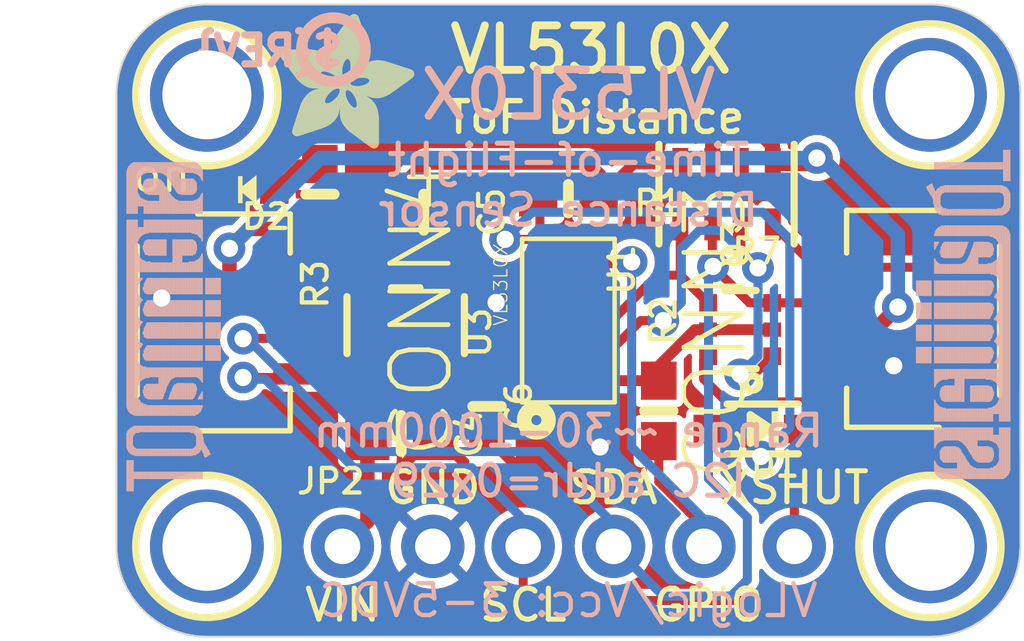
<source format=kicad_pcb>
(kicad_pcb (version 20221018) (generator pcbnew)
  (layers (0 "F.Cu" signal) (31 "B.Cu" signal) (34 "B.Paste" user) (35 "F.Paste" user) (36 "B.SilkS" user "B.Silkscreen") (37 "F.SilkS" user "F.Silkscreen") (38 "B.Mask" user) (39 "F.Mask" user) (44 "Edge.Cuts" user))
  (net 0 "")
  (net 1 "SDA")
  (net 2 "SCL")
  (net 3 "GND")
  (net 4 "GPIO")
  (net 5 "XSHUT")
  (net 6 "XSHUT_2.8V")
  (net 7 "2.8V")
  (net 8 "SCL_3V")
  (net 9 "SDA_3V")
  (net 10 "VCC")
  (net 11 "N$1")
  (footprint "working:0603-NO" (layer "F.Cu") (at 148.5011 101.5746)
    (fp_text reference "R1" (at 1.778 0.127) (layer "F.SilkS") (effects (font (size 0.692831 0.692831) (thickness 0.119969)) (justify left)))
    (fp_text value "10K")
    (pad "1" smd rect (at -0.85 0) (size 1.075 1) (layers "F.Cu" "F.Paste" "F.Mask") (net 6 "XSHUT_2.8V"))
    (pad "2" smd rect (at 0.85 0) (size 1.075 1) (layers "F.Cu" "F.Paste" "F.Mask") (net 7 "2.8V"))
  )
  (footprint "working:MOUNTINGHOLE_2.5_PLATED" (layer "F.Cu") (at 138.3411 111.3536)
    (fp_text reference "U$33" hide)
    (fp_text value "MOUNTINGHOLE2.5" hide)
    (pad "P$1" thru_hole circle (at 0 0) (size 3.2 3.2) (drill 2.5) (layers "*.Cu" "*.Mask"))
    (zone (net 0) (net_name "") (layer "F.Cu") (connect_pads (clearance 0)) (min_thickness 0.25)
      (keepout (tracks not_allowed) (vias not_allowed) (pads not_allowed) (copperpour not_allowed) (footprints allowed))
      (fill (thermal_gap 0.5) (thermal_bridge_width 0.5))
      (polygon (pts (xy 140.3571 111.3536) (xy 140.33748 111.073027) (xy 140.279004 110.797915) (xy 140.182808 110.533619) (xy 140.050765 110.285283) (xy 139.885446 110.05774) (xy 139.690067 109.85542) (xy 139.468433 109.68226) (xy 139.224856 109.541631) (xy 138.964078 109.43627) (xy 138.691175 109.368228) (xy 138.411457 109.338828) (xy 138.130371 109.348644) (xy 137.853385 109.397484) (xy 137.585893 109.484397) (xy 137.3331 109.607693) (xy 137.099926 109.76497) (xy 136.890911 109.953169) (xy 136.710122 110.168625) (xy 136.561078 110.407145) (xy 136.44668 110.664087) (xy 136.369154 110.93445) (xy 136.330011 111.212971) (xy 136.330011 111.494229) (xy 136.369154 111.77275) (xy 136.44668 112.043113) (xy 136.561078 112.300055) (xy 136.710122 112.538575) (xy 136.890911 112.754031) (xy 137.099926 112.94223) (xy 137.3331 113.099507) (xy 137.585893 113.222803) (xy 137.853385 113.309716) (xy 138.130371 113.358556) (xy 138.411457 113.368372) (xy 138.691175 113.338972) (xy 138.964078 113.27093) (xy 139.224856 113.165569) (xy 139.468433 113.02494) (xy 139.690067 112.85178) (xy 139.885446 112.64946) (xy 140.050765 112.421917) (xy 140.182808 112.173581) (xy 140.279004 111.909285) (xy 140.33748 111.634173)))
      (polygon (pts (xy 138.3251 111.3536) (xy 138.329786 111.364914) (xy 138.3411 111.3696) (xy 138.352414 111.364914) (xy 138.3571 111.3536) (xy 138.352414 111.342286) (xy 138.3411 111.3376) (xy 138.329786 111.342286)))
    )
    (zone (net 0) (net_name "") (layer "B.Cu") (connect_pads (clearance 0)) (min_thickness 0.25)
      (keepout (tracks not_allowed) (vias not_allowed) (pads not_allowed) (copperpour not_allowed) (footprints allowed))
      (fill (thermal_gap 0.5) (thermal_bridge_width 0.5))
      (polygon (pts (xy 140.3571 111.3536) (xy 140.33748 111.073027) (xy 140.279004 110.797915) (xy 140.182808 110.533619) (xy 140.050765 110.285283) (xy 139.885446 110.05774) (xy 139.690067 109.85542) (xy 139.468433 109.68226) (xy 139.224856 109.541631) (xy 138.964078 109.43627) (xy 138.691175 109.368228) (xy 138.411457 109.338828) (xy 138.130371 109.348644) (xy 137.853385 109.397484) (xy 137.585893 109.484397) (xy 137.3331 109.607693) (xy 137.099926 109.76497) (xy 136.890911 109.953169) (xy 136.710122 110.168625) (xy 136.561078 110.407145) (xy 136.44668 110.664087) (xy 136.369154 110.93445) (xy 136.330011 111.212971) (xy 136.330011 111.494229) (xy 136.369154 111.77275) (xy 136.44668 112.043113) (xy 136.561078 112.300055) (xy 136.710122 112.538575) (xy 136.890911 112.754031) (xy 137.099926 112.94223) (xy 137.3331 113.099507) (xy 137.585893 113.222803) (xy 137.853385 113.309716) (xy 138.130371 113.358556) (xy 138.411457 113.368372) (xy 138.691175 113.338972) (xy 138.964078 113.27093) (xy 139.224856 113.165569) (xy 139.468433 113.02494) (xy 139.690067 112.85178) (xy 139.885446 112.64946) (xy 140.050765 112.421917) (xy 140.182808 112.173581) (xy 140.279004 111.909285) (xy 140.33748 111.634173)))
      (polygon (pts (xy 138.3251 111.3536) (xy 138.329786 111.364914) (xy 138.3411 111.3696) (xy 138.352414 111.364914) (xy 138.3571 111.3536) (xy 138.352414 111.342286) (xy 138.3411 111.3376) (xy 138.329786 111.342286)))
    )
  )
  (footprint "working:1X06_ROUND_70" (layer "F.Cu") (at 148.5011 111.3536)
    (fp_text reference "JP2" (at -7.6962 -1.8288) (layer "F.SilkS") (effects (font (size 0.692831 0.692831) (thickness 0.119969)) (justify left)))
    (fp_text value "")
    (pad "1" thru_hole circle (at -6.35 0 90) (size 1.778 1.778) (drill 1) (layers "*.Cu" "*.Mask") (net 10 "VCC"))
    (pad "2" thru_hole circle (at -3.81 0 90) (size 1.778 1.778) (drill 1) (layers "*.Cu" "*.Mask") (net 3 "GND"))
    (pad "3" thru_hole circle (at -1.27 0 90) (size 1.778 1.778) (drill 1) (layers "*.Cu" "*.Mask") (net 2 "SCL"))
    (pad "4" thru_hole circle (at 1.27 0 90) (size 1.778 1.778) (drill 1) (layers "*.Cu" "*.Mask") (net 1 "SDA"))
    (pad "5" thru_hole circle (at 3.81 0 90) (size 1.778 1.778) (drill 1) (layers "*.Cu" "*.Mask") (net 4 "GPIO"))
    (pad "6" thru_hole circle (at 6.35 0 90) (size 1.778 1.778) (drill 1) (layers "*.Cu" "*.Mask") (net 5 "XSHUT"))
  )
  (footprint "working:LGA12_ST" (layer "F.Cu") (at 148.5011 105.0036 -90)
    (fp_text reference "U1" (at -2.2 -1.5 90) (layer "F.SilkS") (effects (font (size 0.692831 0.692831) (thickness 0.119969)) (justify right)))
    (fp_text value "VL53L0X" (at -2.2 1.9 90) (layer "F.SilkS") (effects (font (size 0.369824 0.369824) (thickness 0.036576)) (justify right)))
    (pad "1" smd rect (at 1.6 0.8 270) (size 0.5 0.5) (layers "F.Cu" "F.Paste" "F.Mask") (net 7 "2.8V"))
    (pad "2" smd rect (at 0.8 0.8 270) (size 0.5 0.5) (layers "F.Cu" "F.Paste" "F.Mask") (net 3 "GND"))
    (pad "3" smd rect (at 0 0.8 270) (size 0.5 0.5) (layers "F.Cu" "F.Paste" "F.Mask") (net 3 "GND"))
    (pad "4" smd rect (at -0.8 0.8 270) (size 0.5 0.5) (layers "F.Cu" "F.Paste" "F.Mask") (net 3 "GND"))
    (pad "5" smd rect (at -1.6 0.8 270) (size 0.5 0.5) (layers "F.Cu" "F.Paste" "F.Mask") (net 6 "XSHUT_2.8V"))
    (pad "6" smd rect (at -1.6 0 270) (size 0.5 0.5) (layers "F.Cu" "F.Paste" "F.Mask") (net 3 "GND"))
    (pad "7" smd rect (at -1.6 -0.8 270) (size 0.5 0.5) (layers "F.Cu" "F.Paste" "F.Mask") (net 4 "GPIO"))
    (pad "8" smd rect (at -0.8 -0.8 270) (size 0.5 0.5) (layers "F.Cu" "F.Paste" "F.Mask"))
    (pad "9" smd rect (at 0 -0.8 270) (size 0.5 0.5) (layers "F.Cu" "F.Paste" "F.Mask") (net 9 "SDA_3V"))
    (pad "10" smd rect (at 0.8 -0.8 270) (size 0.5 0.5) (layers "F.Cu" "F.Paste" "F.Mask") (net 8 "SCL_3V"))
    (pad "11" smd rect (at 1.6 -0.8 270) (size 0.5 0.5) (layers "F.Cu" "F.Paste" "F.Mask") (net 7 "2.8V"))
    (pad "12" smd rect (at 1.6 0 270) (size 0.5 0.5) (layers "F.Cu" "F.Paste" "F.Mask") (net 3 "GND"))
  )
  (footprint "working:FIDUCIAL_1MM" (layer "F.Cu") (at 155.3591 97.3836)
    (fp_text reference "FID4" hide)
    (fp_text value "FIDUCIAL_1MM" hide)
    (pad "1" smd roundrect (at 0 0) (size 1 1) (layers "F.Cu" "F.Mask") (roundrect_rratio 0.5))
  )
  (footprint "working:0805-NO" (layer "F.Cu") (at 143.8021 108.1786)
    (fp_text reference "C4" (at 1.905 -0.762 90) (layer "F.SilkS") (effects (font (size 0.692831 0.692831) (thickness 0.119969)) (justify right)))
    (fp_text value "10uF")
    (pad "1" smd rect (at -0.95 0) (size 1.24 1.5) (layers "F.Cu" "F.Paste" "F.Mask") (net 10 "VCC"))
    (pad "2" smd rect (at 0.95 0) (size 1.24 1.5) (layers "F.Cu" "F.Paste" "F.Mask") (net 3 "GND"))
  )
  (footprint "working:SOT23-5" (layer "F.Cu") (at 143.9291 105.1306)
    (fp_text reference "U3" (at 2.032 -0.562 90) (layer "F.SilkS") (effects (font (size 0.692831 0.692831) (thickness 0.119969)) (justify right)))
    (fp_text value "LP5907-2.8")
    (pad "1" smd rect (at -0.95 1.3001) (size 0.55 1.2) (layers "F.Cu" "F.Paste" "F.Mask") (net 10 "VCC"))
    (pad "2" smd rect (at 0 1.3001) (size 0.55 1.2) (layers "F.Cu" "F.Paste" "F.Mask") (net 3 "GND"))
    (pad "3" smd rect (at 0.95 1.3001) (size 0.55 1.2) (layers "F.Cu" "F.Paste" "F.Mask") (net 10 "VCC"))
    (pad "4" smd rect (at 0.95 -1.3001) (size 0.55 1.2) (layers "F.Cu" "F.Paste" "F.Mask"))
    (pad "5" smd rect (at -0.95 -1.3001) (size 0.55 1.2) (layers "F.Cu" "F.Paste" "F.Mask") (net 7 "2.8V"))
  )
  (footprint "working:0805-NO" (layer "F.Cu") (at 144.4371 101.9556)
    (fp_text reference "C5" (at 1.905 -0.762 90) (layer "F.SilkS") (effects (font (size 0.692831 0.692831) (thickness 0.119969)) (justify right)))
    (fp_text value "10uF")
    (pad "1" smd rect (at -0.95 0) (size 1.24 1.5) (layers "F.Cu" "F.Paste" "F.Mask") (net 7 "2.8V"))
    (pad "2" smd rect (at 0.95 0) (size 1.24 1.5) (layers "F.Cu" "F.Paste" "F.Mask") (net 3 "GND"))
  )
  (footprint "working:0603-NO" (layer "F.Cu") (at 141.5161 101.4476 -90)
    (fp_text reference "R3" (at 1.778 0.127 90) (layer "F.SilkS") (effects (font (size 0.692831 0.692831) (thickness 0.119969)) (justify right)))
    (fp_text value "10K")
    (pad "1" smd rect (at -0.85 0 270) (size 1.075 1) (layers "F.Cu" "F.Paste" "F.Mask") (net 11 "N$1"))
    (pad "2" smd rect (at 0.85 0 270) (size 1.075 1) (layers "F.Cu" "F.Paste" "F.Mask") (net 10 "VCC"))
  )
  (footprint "working:JST_SH4" (layer "F.Cu") (at 158.5341 105.0036 90)
    (fp_text reference "CONN3" (at -4.6 -5.9 90) (layer "F.SilkS") (effects (font (size 1.647139 1.647139) (thickness 0.130861)) (justify left)))
    (fp_text value "STEMMA_I2C_QT" hide)
    (pad "1" smd rect (at -1.5 -2.514 180) (size 1.55 0.6) (layers "F.Cu" "F.Paste" "F.Mask") (net 3 "GND"))
    (pad "2" smd rect (at -0.5 -2.514 180) (size 1.55 0.6) (layers "F.Cu" "F.Paste" "F.Mask") (net 10 "VCC"))
    (pad "3" smd rect (at 0.5 -2.514 180) (size 1.55 0.6) (layers "F.Cu" "F.Paste" "F.Mask") (net 1 "SDA"))
    (pad "4" smd rect (at 1.5 -2.514 180) (size 1.55 0.6) (layers "F.Cu" "F.Paste" "F.Mask") (net 2 "SCL"))
    (pad "MT1" smd rect (at -2.8 1.386 180) (size 1.8 1.2) (layers "F.Cu" "F.Paste" "F.Mask") (net 3 "GND"))
    (pad "MT2" smd rect (at 2.8 1.386 180) (size 1.8 1.2) (layers "F.Cu" "F.Paste" "F.Mask") (net 3 "GND"))
  )
  (footprint "working:SOT363" (layer "F.Cu") (at 153.3271 105.2576 90)
    (fp_text reference "Q3" (at 1.651 -0.127 90) (layer "F.SilkS") (effects (font (size 0.692831 0.692831) (thickness 0.119969)) (justify left)))
    (fp_text value "BSS138")
    (pad "1" smd rect (at -0.75 0.9 90) (size 0.5 0.5) (layers "F.Cu" "F.Paste" "F.Mask") (net 8 "SCL_3V"))
    (pad "2" smd rect (at 0 0.9 90) (size 0.4 0.5) (layers "F.Cu" "F.Paste" "F.Mask") (net 7 "2.8V"))
    (pad "3" smd rect (at 0.75 0.9 90) (size 0.5 0.5) (layers "F.Cu" "F.Paste" "F.Mask") (net 1 "SDA"))
    (pad "4" smd rect (at 0.75 -0.9 90) (size 0.5 0.5) (layers "F.Cu" "F.Paste" "F.Mask") (net 9 "SDA_3V"))
    (pad "5" smd rect (at 0 -0.9 90) (size 0.4 0.5) (layers "F.Cu" "F.Paste" "F.Mask") (net 7 "2.8V"))
    (pad "6" smd rect (at -0.75 -0.9 90) (size 0.5 0.5) (layers "F.Cu" "F.Paste" "F.Mask") (net 2 "SCL"))
  )
  (footprint "working:0603-NO" (layer "F.Cu") (at 151.0411 107.5436 90)
    (fp_text reference "R2" (at 1.778 0.127 90) (layer "F.SilkS") (effects (font (size 0.692831 0.692831) (thickness 0.119969)) (justify left)))
    (fp_text value "10K")
    (pad "1" smd rect (at -0.85 0 90) (size 1.075 1) (layers "F.Cu" "F.Paste" "F.Mask") (net 4 "GPIO"))
    (pad "2" smd rect (at 0.85 0 90) (size 1.075 1) (layers "F.Cu" "F.Paste" "F.Mask") (net 7 "2.8V"))
  )
  (footprint "working:0603-NO" (layer "F.Cu") (at 146.2151 107.4166 -90)
    (fp_text reference "C6" (at -0.762 -0.889 90) (layer "F.SilkS") (effects (font (size 0.692831 0.692831) (thickness 0.119969)) (justify right)))
    (fp_text value "0.1uF")
    (pad "1" smd rect (at -0.85 0 270) (size 1.075 1) (layers "F.Cu" "F.Paste" "F.Mask") (net 7 "2.8V"))
    (pad "2" smd rect (at 0.85 0 270) (size 1.075 1) (layers "F.Cu" "F.Paste" "F.Mask") (net 3 "GND"))
  )
  (footprint "working:FIDUCIAL_1MM" (layer "F.Cu") (at 141.0081 109.1946)
    (fp_text reference "FID1" hide)
    (fp_text value "FIDUCIAL_1MM" hide)
    (pad "1" smd roundrect (at 0 0) (size 1 1) (layers "F.Cu" "F.Mask") (roundrect_rratio 0.5))
  )
  (footprint "working:RESPACK_4X0603" (layer "F.Cu") (at 152.9461 101.4476 180)
    (fp_text reference "R7" (at -1.6 -1.6) (layer "F.SilkS") (effects (font (size 0.692831 0.692831) (thickness 0.119969)) (justify right)))
    (fp_text value "10K")
    (pad "1" smd rect (at -1.3 0.85 180) (size 0.45 0.9) (layers "F.Cu" "F.Paste" "F.Mask") (net 10 "VCC"))
    (pad "2" smd rect (at -0.4 0.85 180) (size 0.45 0.9) (layers "F.Cu" "F.Paste" "F.Mask") (net 7 "2.8V"))
    (pad "3" smd rect (at 0.4 0.85 180) (size 0.45 0.9) (layers "F.Cu" "F.Paste" "F.Mask") (net 10 "VCC"))
    (pad "4" smd rect (at 1.3 0.85 180) (size 0.45 0.9) (layers "F.Cu" "F.Paste" "F.Mask") (net 7 "2.8V"))
    (pad "5" smd rect (at 1.3 -0.85 180) (size 0.45 0.9) (layers "F.Cu" "F.Paste" "F.Mask") (net 9 "SDA_3V"))
    (pad "6" smd rect (at 0.4 -0.85 180) (size 0.45 0.9) (layers "F.Cu" "F.Paste" "F.Mask") (net 1 "SDA"))
    (pad "7" smd rect (at -0.4 -0.85 180) (size 0.45 0.9) (layers "F.Cu" "F.Paste" "F.Mask") (net 8 "SCL_3V"))
    (pad "8" smd rect (at -1.3 -0.85 180) (size 0.45 0.9) (layers "F.Cu" "F.Paste" "F.Mask") (net 2 "SCL"))
  )
  (footprint "working:MOUNTINGHOLE_2.5_PLATED" (layer "F.Cu") (at 158.6611 111.3536)
    (fp_text reference "U$34" hide)
    (fp_text value "MOUNTINGHOLE2.5" hide)
    (pad "P$1" thru_hole circle (at 0 0) (size 3.2 3.2) (drill 2.5) (layers "*.Cu" "*.Mask"))
    (zone (net 0) (net_name "") (layer "F.Cu") (connect_pads (clearance 0)) (min_thickness 0.25)
      (keepout (tracks not_allowed) (vias not_allowed) (pads not_allowed) (copperpour not_allowed) (footprints allowed))
      (fill (thermal_gap 0.5) (thermal_bridge_width 0.5))
      (polygon (pts (xy 160.6771 111.3536) (xy 160.65748 111.073027) (xy 160.599004 110.797915) (xy 160.502808 110.533619) (xy 160.370765 110.285283) (xy 160.205446 110.05774) (xy 160.010067 109.85542) (xy 159.788433 109.68226) (xy 159.544856 109.541631) (xy 159.284078 109.43627) (xy 159.011175 109.368228) (xy 158.731457 109.338828) (xy 158.450371 109.348644) (xy 158.173385 109.397484) (xy 157.905893 109.484397) (xy 157.6531 109.607693) (xy 157.419926 109.76497) (xy 157.210911 109.953169) (xy 157.030122 110.168625) (xy 156.881078 110.407145) (xy 156.76668 110.664087) (xy 156.689154 110.93445) (xy 156.650011 111.212971) (xy 156.650011 111.494229) (xy 156.689154 111.77275) (xy 156.76668 112.043113) (xy 156.881078 112.300055) (xy 157.030122 112.538575) (xy 157.210911 112.754031) (xy 157.419926 112.94223) (xy 157.6531 113.099507) (xy 157.905893 113.222803) (xy 158.173385 113.309716) (xy 158.450371 113.358556) (xy 158.731457 113.368372) (xy 159.011175 113.338972) (xy 159.284078 113.27093) (xy 159.544856 113.165569) (xy 159.788433 113.02494) (xy 160.010067 112.85178) (xy 160.205446 112.64946) (xy 160.370765 112.421917) (xy 160.502808 112.173581) (xy 160.599004 111.909285) (xy 160.65748 111.634173)))
      (polygon (pts (xy 158.6451 111.3536) (xy 158.649786 111.364914) (xy 158.6611 111.3696) (xy 158.672414 111.364914) (xy 158.6771 111.3536) (xy 158.672414 111.342286) (xy 158.6611 111.3376) (xy 158.649786 111.342286)))
    )
    (zone (net 0) (net_name "") (layer "B.Cu") (connect_pads (clearance 0)) (min_thickness 0.25)
      (keepout (tracks not_allowed) (vias not_allowed) (pads not_allowed) (copperpour not_allowed) (footprints allowed))
      (fill (thermal_gap 0.5) (thermal_bridge_width 0.5))
      (polygon (pts (xy 160.6771 111.3536) (xy 160.65748 111.073027) (xy 160.599004 110.797915) (xy 160.502808 110.533619) (xy 160.370765 110.285283) (xy 160.205446 110.05774) (xy 160.010067 109.85542) (xy 159.788433 109.68226) (xy 159.544856 109.541631) (xy 159.284078 109.43627) (xy 159.011175 109.368228) (xy 158.731457 109.338828) (xy 158.450371 109.348644) (xy 158.173385 109.397484) (xy 157.905893 109.484397) (xy 157.6531 109.607693) (xy 157.419926 109.76497) (xy 157.210911 109.953169) (xy 157.030122 110.168625) (xy 156.881078 110.407145) (xy 156.76668 110.664087) (xy 156.689154 110.93445) (xy 156.650011 111.212971) (xy 156.650011 111.494229) (xy 156.689154 111.77275) (xy 156.76668 112.043113) (xy 156.881078 112.300055) (xy 157.030122 112.538575) (xy 157.210911 112.754031) (xy 157.419926 112.94223) (xy 157.6531 113.099507) (xy 157.905893 113.222803) (xy 158.173385 113.309716) (xy 158.450371 113.358556) (xy 158.731457 113.368372) (xy 159.011175 113.338972) (xy 159.284078 113.27093) (xy 159.544856 113.165569) (xy 159.788433 113.02494) (xy 160.010067 112.85178) (xy 160.205446 112.64946) (xy 160.370765 112.421917) (xy 160.502808 112.173581) (xy 160.599004 111.909285) (xy 160.65748 111.634173)))
      (polygon (pts (xy 158.6451 111.3536) (xy 158.649786 111.364914) (xy 158.6611 111.3696) (xy 158.672414 111.364914) (xy 158.6771 111.3536) (xy 158.672414 111.342286) (xy 158.6611 111.3376) (xy 158.649786 111.342286)))
    )
  )
  (footprint "working:CHIPLED_0603_NOOUTLINE" (layer "F.Cu") (at 139.4841 101.3206 90)
    (fp_text reference "D2" (at -0.762 1.27) (layer "F.SilkS") (effects (font (size 0.692831 0.692831) (thickness 0.119969)) (justify right)))
    (fp_text value "GREEN")
    (pad "A" smd rect (at 0 0.75 90) (size 0.8 0.8) (layers "F.Cu" "F.Paste" "F.Mask") (net 11 "N$1"))
    (pad "C" smd rect (at 0 -0.75 90) (size 0.8 0.8) (layers "F.Cu" "F.Paste" "F.Mask") (net 3 "GND"))
  )
  (footprint "working:JST_SH4" (layer "F.Cu") (at 138.4681 105.0036 -90)
    (fp_text reference "CONN4" (at -4.6 -5.9 90) (layer "F.SilkS") (effects (font (size 1.647139 1.647139) (thickness 0.130861)) (justify right)))
    (fp_text value "STEMMA_I2C_QT" hide)
    (pad "1" smd rect (at -1.5 -2.514) (size 1.55 0.6) (layers "F.Cu" "F.Paste" "F.Mask") (net 3 "GND"))
    (pad "2" smd rect (at -0.5 -2.514) (size 1.55 0.6) (layers "F.Cu" "F.Paste" "F.Mask") (net 10 "VCC"))
    (pad "3" smd rect (at 0.5 -2.514) (size 1.55 0.6) (layers "F.Cu" "F.Paste" "F.Mask") (net 1 "SDA"))
    (pad "4" smd rect (at 1.5 -2.514) (size 1.55 0.6) (layers "F.Cu" "F.Paste" "F.Mask") (net 2 "SCL"))
    (pad "MT1" smd rect (at -2.8 1.386) (size 1.8 1.2) (layers "F.Cu" "F.Paste" "F.Mask") (net 3 "GND"))
    (pad "MT2" smd rect (at 2.8 1.386) (size 1.8 1.2) (layers "F.Cu" "F.Paste" "F.Mask") (net 3 "GND"))
  )
  (footprint "working:ADAFRUIT_3.5MM" (layer "F.Cu") (at 140.3731 100.1776)
    (fp_text reference "U$36" hide)
    (fp_text value "" hide)
  )
  (footprint "working:MOUNTINGHOLE_2.5_PLATED" (layer "F.Cu") (at 158.6611 98.6536)
    (fp_text reference "U$31" hide)
    (fp_text value "MOUNTINGHOLE2.5" hide)
    (pad "P$1" thru_hole circle (at 0 0) (size 3.2 3.2) (drill 2.5) (layers "*.Cu" "*.Mask"))
    (zone (net 0) (net_name "") (layer "F.Cu") (connect_pads (clearance 0)) (min_thickness 0.25)
      (keepout (tracks not_allowed) (vias not_allowed) (pads not_allowed) (copperpour not_allowed) (footprints allowed))
      (fill (thermal_gap 0.5) (thermal_bridge_width 0.5))
      (polygon (pts (xy 160.6771 98.6536) (xy 160.65748 98.373027) (xy 160.599004 98.097915) (xy 160.502808 97.833619) (xy 160.370765 97.585283) (xy 160.205446 97.35774) (xy 160.010067 97.15542) (xy 159.788433 96.98226) (xy 159.544856 96.841631) (xy 159.284078 96.73627) (xy 159.011175 96.668228) (xy 158.731457 96.638828) (xy 158.450371 96.648644) (xy 158.173385 96.697484) (xy 157.905893 96.784397) (xy 157.6531 96.907693) (xy 157.419926 97.06497) (xy 157.210911 97.253169) (xy 157.030122 97.468625) (xy 156.881078 97.707145) (xy 156.76668 97.964087) (xy 156.689154 98.23445) (xy 156.650011 98.512971) (xy 156.650011 98.794229) (xy 156.689154 99.07275) (xy 156.76668 99.343113) (xy 156.881078 99.600055) (xy 157.030122 99.838575) (xy 157.210911 100.054031) (xy 157.419926 100.24223) (xy 157.6531 100.399507) (xy 157.905893 100.522803) (xy 158.173385 100.609716) (xy 158.450371 100.658556) (xy 158.731457 100.668372) (xy 159.011175 100.638972) (xy 159.284078 100.57093) (xy 159.544856 100.465569) (xy 159.788433 100.32494) (xy 160.010067 100.15178) (xy 160.205446 99.94946) (xy 160.370765 99.721917) (xy 160.502808 99.473581) (xy 160.599004 99.209285) (xy 160.65748 98.934173)))
      (polygon (pts (xy 158.6451 98.6536) (xy 158.649786 98.664914) (xy 158.6611 98.6696) (xy 158.672414 98.664914) (xy 158.6771 98.6536) (xy 158.672414 98.642286) (xy 158.6611 98.6376) (xy 158.649786 98.642286)))
    )
    (zone (net 0) (net_name "") (layer "B.Cu") (connect_pads (clearance 0)) (min_thickness 0.25)
      (keepout (tracks not_allowed) (vias not_allowed) (pads not_allowed) (copperpour not_allowed) (footprints allowed))
      (fill (thermal_gap 0.5) (thermal_bridge_width 0.5))
      (polygon (pts (xy 160.6771 98.6536) (xy 160.65748 98.373027) (xy 160.599004 98.097915) (xy 160.502808 97.833619) (xy 160.370765 97.585283) (xy 160.205446 97.35774) (xy 160.010067 97.15542) (xy 159.788433 96.98226) (xy 159.544856 96.841631) (xy 159.284078 96.73627) (xy 159.011175 96.668228) (xy 158.731457 96.638828) (xy 158.450371 96.648644) (xy 158.173385 96.697484) (xy 157.905893 96.784397) (xy 157.6531 96.907693) (xy 157.419926 97.06497) (xy 157.210911 97.253169) (xy 157.030122 97.468625) (xy 156.881078 97.707145) (xy 156.76668 97.964087) (xy 156.689154 98.23445) (xy 156.650011 98.512971) (xy 156.650011 98.794229) (xy 156.689154 99.07275) (xy 156.76668 99.343113) (xy 156.881078 99.600055) (xy 157.030122 99.838575) (xy 157.210911 100.054031) (xy 157.419926 100.24223) (xy 157.6531 100.399507) (xy 157.905893 100.522803) (xy 158.173385 100.609716) (xy 158.450371 100.658556) (xy 158.731457 100.668372) (xy 159.011175 100.638972) (xy 159.284078 100.57093) (xy 159.544856 100.465569) (xy 159.788433 100.32494) (xy 160.010067 100.15178) (xy 160.205446 99.94946) (xy 160.370765 99.721917) (xy 160.502808 99.473581) (xy 160.599004 99.209285) (xy 160.65748 98.934173)))
      (polygon (pts (xy 158.6451 98.6536) (xy 158.649786 98.664914) (xy 158.6611 98.6696) (xy 158.672414 98.664914) (xy 158.6771 98.6536) (xy 158.672414 98.642286) (xy 158.6611 98.6376) (xy 158.649786 98.642286)))
    )
  )
  (footprint "working:SOD-323" (layer "F.Cu") (at 153.9621 108.0516 180)
    (fp_text reference "D1" (at -1.1 -1) (layer "F.SilkS") (effects (font (size 0.692831 0.692831) (thickness 0.119969)) (justify right)))
    (fp_text value "1N4148")
    (pad "A" smd rect (at 1.27 0 180) (size 1.35 0.8) (layers "F.Cu" "F.Paste" "F.Mask") (net 6 "XSHUT_2.8V"))
    (pad "C" smd rect (at -1.27 0 180) (size 1.35 0.8) (layers "F.Cu" "F.Paste" "F.Mask") (net 5 "XSHUT"))
  )
  (footprint "working:MOUNTINGHOLE_2.5_PLATED" (layer "F.Cu") (at 138.3411 98.6536)
    (fp_text reference "U$30" hide)
    (fp_text value "MOUNTINGHOLE2.5" hide)
    (pad "P$1" thru_hole circle (at 0 0) (size 3.2 3.2) (drill 2.5) (layers "*.Cu" "*.Mask"))
    (zone (net 0) (net_name "") (layer "F.Cu") (connect_pads (clearance 0)) (min_thickness 0.25)
      (keepout (tracks not_allowed) (vias not_allowed) (pads not_allowed) (copperpour not_allowed) (footprints allowed))
      (fill (thermal_gap 0.5) (thermal_bridge_width 0.5))
      (polygon (pts (xy 140.3571 98.6536) (xy 140.33748 98.373027) (xy 140.279004 98.097915) (xy 140.182808 97.833619) (xy 140.050765 97.585283) (xy 139.885446 97.35774) (xy 139.690067 97.15542) (xy 139.468433 96.98226) (xy 139.224856 96.841631) (xy 138.964078 96.73627) (xy 138.691175 96.668228) (xy 138.411457 96.638828) (xy 138.130371 96.648644) (xy 137.853385 96.697484) (xy 137.585893 96.784397) (xy 137.3331 96.907693) (xy 137.099926 97.06497) (xy 136.890911 97.253169) (xy 136.710122 97.468625) (xy 136.561078 97.707145) (xy 136.44668 97.964087) (xy 136.369154 98.23445) (xy 136.330011 98.512971) (xy 136.330011 98.794229) (xy 136.369154 99.07275) (xy 136.44668 99.343113) (xy 136.561078 99.600055) (xy 136.710122 99.838575) (xy 136.890911 100.054031) (xy 137.099926 100.24223) (xy 137.3331 100.399507) (xy 137.585893 100.522803) (xy 137.853385 100.609716) (xy 138.130371 100.658556) (xy 138.411457 100.668372) (xy 138.691175 100.638972) (xy 138.964078 100.57093) (xy 139.224856 100.465569) (xy 139.468433 100.32494) (xy 139.690067 100.15178) (xy 139.885446 99.94946) (xy 140.050765 99.721917) (xy 140.182808 99.473581) (xy 140.279004 99.209285) (xy 140.33748 98.934173)))
      (polygon (pts (xy 138.3251 98.6536) (xy 138.329786 98.664914) (xy 138.3411 98.6696) (xy 138.352414 98.664914) (xy 138.3571 98.6536) (xy 138.352414 98.642286) (xy 138.3411 98.6376) (xy 138.329786 98.642286)))
    )
    (zone (net 0) (net_name "") (layer "B.Cu") (connect_pads (clearance 0)) (min_thickness 0.25)
      (keepout (tracks not_allowed) (vias not_allowed) (pads not_allowed) (copperpour not_allowed) (footprints allowed))
      (fill (thermal_gap 0.5) (thermal_bridge_width 0.5))
      (polygon (pts (xy 140.3571 98.6536) (xy 140.33748 98.373027) (xy 140.279004 98.097915) (xy 140.182808 97.833619) (xy 140.050765 97.585283) (xy 139.885446 97.35774) (xy 139.690067 97.15542) (xy 139.468433 96.98226) (xy 139.224856 96.841631) (xy 138.964078 96.73627) (xy 138.691175 96.668228) (xy 138.411457 96.638828) (xy 138.130371 96.648644) (xy 137.853385 96.697484) (xy 137.585893 96.784397) (xy 137.3331 96.907693) (xy 137.099926 97.06497) (xy 136.890911 97.253169) (xy 136.710122 97.468625) (xy 136.561078 97.707145) (xy 136.44668 97.964087) (xy 136.369154 98.23445) (xy 136.330011 98.512971) (xy 136.330011 98.794229) (xy 136.369154 99.07275) (xy 136.44668 99.343113) (xy 136.561078 99.600055) (xy 136.710122 99.838575) (xy 136.890911 100.054031) (xy 137.099926 100.24223) (xy 137.3331 100.399507) (xy 137.585893 100.522803) (xy 137.853385 100.609716) (xy 138.130371 100.658556) (xy 138.411457 100.668372) (xy 138.691175 100.638972) (xy 138.964078 100.57093) (xy 139.224856 100.465569) (xy 139.468433 100.32494) (xy 139.690067 100.15178) (xy 139.885446 99.94946) (xy 140.050765 99.721917) (xy 140.182808 99.473581) (xy 140.279004 99.209285) (xy 140.33748 98.934173)))
      (polygon (pts (xy 138.3251 98.6536) (xy 138.329786 98.664914) (xy 138.3411 98.6696) (xy 138.352414 98.664914) (xy 138.3571 98.6536) (xy 138.352414 98.642286) (xy 138.3411 98.6376) (xy 138.329786 98.642286)))
    )
  )
  (footprint "working:PCBFEAT-REV-040" (layer "B.Cu") (at 141.8971 97.3836 180)
    (fp_text reference "U$37" hide)
    (fp_text value "" hide)
    (fp_text user "${REV}" (at -0.3556 -0.508) (layer "B.SilkS") (effects (font (size 0.8128 0.8128) (thickness 0.2032)) (justify left bottom mirror)))
  )
  (footprint "working:STEMMAQT" (layer "B.Cu") (at 138.7221 100.5586 -90)
    (fp_text reference "U$39" hide)
    (fp_text value "" hide)
  )
  (footprint "working:STEMMAQT" (layer "B.Cu") (at 158.2801 109.4486 90)
    (fp_text reference "U$38" hide)
    (fp_text value "" hide)
  )
  (gr_line (start 138.3411 113.8936) (end 158.6611 113.8936) (stroke (width 0.05)) (layer "Edge.Cuts"))
  (gr_line (start 161.2011 111.3536) (end 161.2011 98.6536) (stroke (width 0.05)) (layer "Edge.Cuts"))
  (gr_line (start 135.8011 98.6536) (end 135.8011 111.3536) (stroke (width 0.05)) (layer "Edge.Cuts"))
  (gr_arc (start 161.2011 111.3536) (mid 160.457151 113.149651) (end 158.6611 113.8936) (stroke (width 0.05)) (layer "Edge.Cuts"))
  (gr_arc (start 138.3411 113.8936) (mid 136.545049 113.149651) (end 135.8011 111.3536) (stroke (width 0.05)) (layer "Edge.Cuts"))
  (gr_arc (start 158.6611 96.1136) (mid 160.457151 96.857549) (end 161.2011 98.6536) (stroke (width 0.05)) (layer "Edge.Cuts"))
  (gr_arc (start 135.8011 98.6536) (mid 136.545049 96.857549) (end 138.3411 96.1136) (stroke (width 0.05)) (layer "Edge.Cuts"))
  (gr_line (start 158.6611 96.1136) (end 138.3411 96.1136) (stroke (width 0.05)) (layer "Edge.Cuts"))
  (gr_text "Time-of-Flight\nDistance Sensor" (at 148.5011 101.1936) (layer "B.SilkS") (effects (font (size 0.87376 0.87376) (thickness 0.14224)) (justify mirror)))
  (gr_text "VLogic/Vcc: 3-5VDC" (at 148.5011 112.8776) (layer "B.SilkS") (effects (font (size 0.89408 0.89408) (thickness 0.12192)) (justify mirror)))
  (gr_text "Range ~~30-1000mm\nI2C addr=0x29" (at 148.5011 108.8136) (layer "B.SilkS") (effects (font (size 0.87376 0.87376) (thickness 0.14224)) (justify mirror)))
  (gr_text "VL53L0X" (at 148.5011 98.6536) (layer "B.SilkS") (effects (font (size 1.31064 1.31064) (thickness 0.21336)) (justify mirror)))
  (gr_text "ToF Distance" (at 149.2631 99.2886) (layer "F.SilkS") (effects (font (size 0.8636 0.8636) (thickness 0.1524))))
  (gr_text "VL53L0X" (at 149.1361 97.3836) (layer "F.SilkS") (effects (font (size 1.25222 1.25222) (thickness 0.22098))))
  (gr_text "GPIO" (at 152.4381 113.0046) (layer "F.SilkS") (effects (font (size 0.87376 0.87376) (thickness 0.14224))))
  (gr_text "XSHUT" (at 154.8511 109.7026) (layer "F.SilkS") (effects (font (size 0.87376 0.87376) (thickness 0.14224))))
  (gr_text "VIN" (at 142.1511 113.0046) (layer "F.SilkS") (effects (font (size 0.87376 0.87376) (thickness 0.14224))))
  (gr_text "GND" (at 144.6911 109.7026) (layer "F.SilkS") (effects (font (size 0.87376 0.87376) (thickness 0.14224))))
  (gr_text "on" (at 136.1821 101.4476) (layer "F.SilkS") (effects (font (size 0.89408 0.89408) (thickness 0.12192)) (justify left bottom)))
  (gr_text "SDA" (at 149.7711 109.7026) (layer "F.SilkS") (effects (font (size 0.87376 0.87376) (thickness 0.14224))))
  (gr_text "SCL" (at 147.2311 113.0046) (layer "F.SilkS") (effects (font (size 0.87376 0.87376) (thickness 0.14224))))
  (segment (start 140.9821 105.5036) (end 139.3651 105.5036) (width 0.254) (layer "F.Cu") (net 1))
  (segment (start 154.2271 104.5076) (end 154.2311 104.5036) (width 0.254) (layer "F.Cu") (net 1))
  (segment (start 152.5461 103.4606) (end 152.5651 103.4796) (width 0.254) (layer "F.Cu") (net 1))
  (segment (start 152.5461 102.2976) (end 152.5461 103.4606) (width 0.254) (layer "F.Cu") (net 1))
  (segment (start 139.3651 105.5036) (end 139.3571 105.5116) (width 0.254) (layer "F.Cu") (net 1))
  (segment (start 152.5651 103.4796) (end 153.5891 104.5036) (width 0.254) (layer "F.Cu") (net 1))
  (segment (start 153.5891 104.5036) (end 154.2311 104.5036) (width 0.254) (layer "F.Cu") (net 1))
  (segment (start 154.2311 104.5036) (end 156.0201 104.5036) (width 0.254) (layer "F.Cu") (net 1))
  (via (at 152.5651 103.4796) (size 0.889) (drill 0.4826) (layers "F.Cu" "B.Cu") (net 1))
  (via (at 139.3571 105.5116) (size 0.889) (drill 0.4826) (layers "F.Cu" "B.Cu") (net 1))
  (segment (start 153.5303 110.5408) (end 152.4381 109.4486) (width 0.254) (layer "B.Cu") (net 1))
  (segment (start 152.5651 103.4796) (end 152.5651 103.7336) (width 0.254) (layer "B.Cu") (net 1))
  (segment (start 149.7711 111.3536) (end 151.1681 112.7506) (width 0.254) (layer "B.Cu") (net 1))
  (segment (start 142.6591 108.6866) (end 147.7391 108.6866) (width 0.254) (layer "B.Cu") (net 1))
  (segment (start 149.7711 110.7186) (end 149.7711 111.3536) (width 0.254) (layer "B.Cu") (net 1))
  (segment (start 152.4381 103.8606) (end 152.4381 109.4486) (width 0.254) (layer "B.Cu") (net 1))
  (segment (start 139.3571 105.5116) (end 139.4841 105.5116) (width 0.254) (layer "B.Cu") (net 1))
  (segment (start 152.5651 103.7336) (end 152.4381 103.8606) (width 0.254) (layer "B.Cu") (net 1))
  (segment (start 151.1681 112.7506) (end 153.0731 112.7506) (width 0.254) (layer "B.Cu") (net 1))
  (segment (start 147.7391 108.6866) (end 149.7711 110.7186) (width 0.254) (layer "B.Cu") (net 1))
  (segment (start 142.6591 108.6866) (end 139.4841 105.5116) (width 0.254) (layer "B.Cu") (net 1))
  (segment (start 153.0731 112.7506) (end 153.5303 112.2934) (width 0.254) (layer "B.Cu") (net 1))
  (segment (start 153.5303 112.2934) (end 153.5303 110.5408) (width 0.254) (layer "B.Cu") (net 1))
  (segment (start 156.5021 107.2896) (end 157.8991 107.2896) (width 0.254) (layer "F.Cu") (net 2))
  (segment (start 158.5341 103.7336) (end 158.3041 103.5036) (width 0.254) (layer "F.Cu") (net 2))
  (segment (start 152.3001 106.1346) (end 152.3001 106.6436) (width 0.254) (layer "F.Cu") (net 2))
  (segment (start 155.4521 103.5036) (end 156.0201 103.5036) (width 0.254) (layer "F.Cu") (net 2))
  (segment (start 147.2311 112.4966) (end 147.2311 111.3536) (width 0.254) (layer "F.Cu") (net 2))
  (segment (start 152.9461 107.2896) (end 156.5021 107.2896) (width 0.254) (layer "F.Cu") (net 2))
  (segment (start 158.3041 103.5036) (end 156.0201 103.5036) (width 0.254) (layer "F.Cu") (net 2))
  (segment (start 140.8819 106.6038) (end 139.3571 106.6038) (width 0.254) (layer "F.Cu") (net 2))
  (segment (start 158.5341 106.6546) (end 158.5341 103.7336) (width 0.254) (layer "F.Cu") (net 2))
  (segment (start 156.5021 107.2896) (end 156.5021 112.1156) (width 0.254) (layer "F.Cu") (net 2))
  (segment (start 157.8991 107.2896) (end 158.5341 106.6546) (width 0.254) (layer "F.Cu") (net 2))
  (segment (start 152.3001 106.6436) (end 152.9461 107.2896) (width 0.254) (layer "F.Cu") (net 2))
  (segment (start 155.7401 112.8776) (end 147.6121 112.8776) (width 0.254) (layer "F.Cu") (net 2))
  (segment (start 154.2461 102.2976) (end 155.4521 103.5036) (width 0.254) (layer "F.Cu") (net 2))
  (segment (start 156.5021 112.1156) (end 155.7401 112.8776) (width 0.254) (layer "F.Cu") (net 2))
  (segment (start 147.6121 112.8776) (end 147.2311 112.4966) (width 0.254) (layer "F.Cu") (net 2))
  (segment (start 152.4271 106.0076) (end 152.3001 106.1346) (width 0.254) (layer "F.Cu") (net 2))
  (segment (start 140.9821 106.5036) (end 140.8819 106.6038) (width 0.254) (layer "F.Cu") (net 2))
  (via (at 139.3571 106.6038) (size 0.889) (drill 0.4826) (layers "F.Cu" "B.Cu") (net 2))
  (segment (start 145.7833 109.1438) (end 147.2311 110.5916) (width 0.254) (layer "B.Cu") (net 2))
  (segment (start 139.4079 106.6546) (end 139.980518 106.6546) (width 0.254) (layer "B.Cu") (net 2))
  (segment (start 139.3571 106.6038) (end 139.4079 106.6546) (width 0.254) (layer "B.Cu") (net 2))
  (segment (start 139.980518 106.6546) (end 142.469718 109.1438) (width 0.254) (layer "B.Cu") (net 2))
  (segment (start 142.469718 109.1438) (end 145.7833 109.1438) (width 0.254) (layer "B.Cu") (net 2))
  (segment (start 147.2311 110.5916) (end 147.2311 111.3536) (width 0.254) (layer "B.Cu") (net 2))
  (segment (start 142.3739 99.7299) (end 142.3739 103.2568) (width 0.254) (layer "F.Cu") (net 3))
  (segment (start 140.8311 103.3526) (end 140.9821 103.5036) (width 0.254) (layer "F.Cu") (net 3))
  (segment (start 138.7341 101.3206) (end 139.6231 100.4316) (width 0.254) (layer "F.Cu") (net 3))
  (segment (start 140.5001 103.6066) (end 140.2461 103.3526) (width 0.254) (layer "F.Cu") (net 3))
  (segment (start 142.0241 103.6066) (end 140.5001 103.6066) (width 0.254) (layer "F.Cu") (net 3))
  (segment (start 140.2461 103.3526) (end 140.8311 103.3526) (width 0.254) (layer "F.Cu") (net 3))
  (segment (start 142.3739 103.2568) (end 142.0241 103.6066) (width 0.254) (layer "F.Cu") (net 3))
  (segment (start 144.7521 108.007438) (end 144.7521 108.1786) (width 0.4064) (layer "F.Cu") (net 3))
  (segment (start 143.9291 106.4307) (end 143.9291 107.184438) (width 0.4064) (layer "F.Cu") (net 3))
  (segment (start 139.6231 100.4316) (end 140.177625 100.4316) (width 0.254) (layer "F.Cu") (net 3))
  (segment (start 140.879325 99.7299) (end 142.3739 99.7299) (width 0.254) (layer "F.Cu") (net 3))
  (segment (start 143.9291 107.184438) (end 144.7521 108.007438) (width 0.4064) (layer "F.Cu") (net 3))
  (segment (start 140.177625 100.4316) (end 140.879325 99.7299) (width 0.254) (layer "F.Cu") (net 3))
  (via (at 137.0711 104.3686) (size 0.889) (drill 0.4826) (layers "F.Cu" "B.Cu") (net 3))
  (via (at 157.6451 106.2736) (size 0.889) (drill 0.4826) (layers "F.Cu" "B.Cu") (net 3))
  (via (at 146.4691 104.4956) (size 0.889) (drill 0.4826) (layers "F.Cu" "B.Cu") (net 3))
  (via (at 149.3901 108.5596) (size 0.889) (drill 0.4826) (layers "F.Cu" "B.Cu") (net 3))
  (segment (start 150.2281 103.4036) (end 150.2791 103.3526) (width 0.254) (layer "F.Cu") (net 4))
  (segment (start 152.3111 110.8066) (end 151.0411 109.5366) (width 0.254) (layer "F.Cu") (net 4))
  (segment (start 152.3111 110.8066) (end 152.3111 111.3536) (width 0.254) (layer "F.Cu") (net 4))
  (segment (start 151.0411 108.3936) (end 151.0411 109.5366) (width 0.254) (layer "F.Cu") (net 4))
  (segment (start 149.3011 103.4036) (end 150.2281 103.4036) (width 0.254) (layer "F.Cu") (net 4))
  (via (at 150.2791 103.3526) (size 0.889) (drill 0.4826) (layers "F.Cu" "B.Cu") (net 4))
  (segment (start 150.2791 108.5596) (end 152.3111 110.5916) (width 0.254) (layer "B.Cu") (net 4))
  (segment (start 152.3111 110.5916) (end 152.3111 111.3536) (width 0.254) (layer "B.Cu") (net 4))
  (segment (start 150.2791 103.3526) (end 150.2791 108.5596) (width 0.254) (layer "B.Cu") (net 4))
  (segment (start 154.8511 111.3536) (end 154.8511 108.4326) (width 0.254) (layer "F.Cu") (net 5))
  (segment (start 154.8511 108.4326) (end 155.2321 108.0516) (width 0.254) (layer "F.Cu") (net 5))
  (segment (start 153.1347 108.0516) (end 152.6921 108.0516) (width 0.254) (layer "F.Cu") (net 6))
  (segment (start 147.5741 102.7176) (end 146.7231 102.7176) (width 0.254) (layer "F.Cu") (net 6))
  (segment (start 147.7011 102.5906) (end 147.5741 102.7176) (width 0.254) (layer "F.Cu") (net 6))
  (segment (start 147.7011 103.4036) (end 147.7011 102.5906) (width 0.254) (layer "F.Cu") (net 6))
  (segment (start 153.9094 108.8263) (end 153.1347 108.0516) (width 0.254) (layer "F.Cu") (net 6))
  (segment (start 147.7011 101.6246) (end 147.6511 101.5746) (width 0.254) (layer "F.Cu") (net 6))
  (segment (start 147.7011 102.5906) (end 147.7011 101.6246) (width 0.254) (layer "F.Cu") (net 6))
  (via (at 146.7231 102.7176) (size 0.889) (drill 0.4826) (layers "F.Cu" "B.Cu") (net 6))
  (via (at 153.9094 108.8263) (size 0.889) (drill 0.4826) (layers "F.Cu" "B.Cu") (net 6))
  (segment (start 154.7241 102.7176) (end 154.7241 108.0116) (width 0.254) (layer "B.Cu") (net 6))
  (segment (start 154.7241 108.0116) (end 153.9094 108.8263) (width 0.254) (layer "B.Cu") (net 6))
  (segment (start 147.4851 101.9556) (end 153.9621 101.9556) (width 0.254) (layer "B.Cu") (net 6))
  (segment (start 146.7231 102.7176) (end 147.4851 101.9556) (width 0.254) (layer "B.Cu") (net 6))
  (segment (start 153.9621 101.9556) (end 154.7241 102.7176) (width 0.254) (layer "B.Cu") (net 6))
  (segment (start 147.9931 107.7976) (end 149.1361 107.7976) (width 0.3048) (layer "F.Cu") (net 7))
  (segment (start 147.7011 106.6036) (end 147.7011 107.5056) (width 0.3048) (layer "F.Cu") (net 7))
  (segment (start 144.5031 100.5586) (end 149.0091 100.5586) (width 0.4064) (layer "F.Cu") (net 7))
  (segment (start 149.1361 107.7976) (end 149.3011 107.6326) (width 0.3048) (layer "F.Cu") (net 7))
  (segment (start 152.0571 101.4476) (end 151.6461 101.0366) (width 0.3048) (layer "F.Cu") (net 7))
  (segment (start 152.4271 105.2576) (end 152.0571 105.2576) (width 0.3048) (layer "F.Cu") (net 7))
  (segment (start 146.2151 105.5481) (end 146.2151 106.5666) (width 0.3048) (layer "F.Cu") (net 7))
  (segment (start 150.3281 100.5976) (end 151.6461 100.5976) (width 0.3048) (layer "F.Cu") (net 7))
  (segment (start 146.2151 106.5666) (end 147.6641 106.5666) (width 0.3048) (layer "F.Cu") (net 7))
  (segment (start 145.4531 104.7861) (end 146.2151 105.5481) (width 0.3048) (layer "F.Cu") (net 7))
  (segment (start 149.3706 100.9201) (end 149.3706 101.5551) (width 0.4064) (layer "F.Cu") (net 7))
  (segment (start 147.7011 107.5056) (end 147.9931 107.7976) (width 0.3048) (layer "F.Cu") (net 7))
  (segment (start 149.3511 101.5746) (end 149.3706 101.5551) (width 0.3048) (layer "F.Cu") (net 7))
  (segment (start 152.9461 101.4476) (end 152.0571 101.4476) (width 0.3048) (layer "F.Cu") (net 7))
  (segment (start 150.9141 106.6936) (end 151.0411 106.6936) (width 0.3048) (layer "F.Cu") (net 7))
  (segment (start 142.9791 102.4636) (end 143.4871 101.9556) (width 0.3048) (layer "F.Cu") (net 7))
  (segment (start 150.9141 106.4006) (end 150.9141 106.6936) (width 0.3048) (layer "F.Cu") (net 7))
  (segment (start 151.6461 101.0366) (end 151.6461 100.5976) (width 0.3048) (layer "F.Cu") (net 7))
  (segment (start 153.3461 101.0476) (end 152.9461 101.4476) (width 0.3048) (layer "F.Cu") (net 7))
  (segment (start 142.9791 103.8305) (end 142.9791 102.4636) (width 0.3048) (layer "F.Cu") (net 7))
  (segment (start 143.8077 104.7861) (end 145.4531 104.7861) (width 0.3048) (layer "F.Cu") (net 7))
  (segment (start 149.0091 100.5586) (end 149.3706 100.9201) (width 0.4064) (layer "F.Cu") (net 7))
  (segment (start 142.9791 103.8305) (end 142.9791 103.9575) (width 0.3048) (layer "F.Cu") (net 7))
  (segment (start 149.3706 101.5551) (end 150.3281 100.5976) (width 0.3048) (layer "F.Cu") (net 7))
  (segment (start 149.3011 107.6326) (end 149.3011 106.6036) (width 0.3048) (layer "F.Cu") (net 7))
  (segment (start 147.6641 106.5666) (end 147.7011 106.6036) (width 0.3048) (layer "F.Cu") (net 7))
  (segment (start 149.3911 106.6936) (end 150.9141 106.6936) (width 0.3048) (layer "F.Cu") (net 7))
  (segment (start 144.5031 100.5586) (end 143.4871 101.5746) (width 0.4064) (layer "F.Cu") (net 7))
  (segment (start 152.4271 105.2576) (end 154.2271 105.2576) (width 0.3048) (layer "F.Cu") (net 7))
  (segment (start 153.3461 100.5976) (end 153.3461 101.0476) (width 0.3048) (layer "F.Cu") (net 7))
  (segment (start 143.8077 104.7861) (end 142.9791 103.9575) (width 0.3048) (layer "F.Cu") (net 7))
  (segment (start 149.3011 106.6036) (end 149.3911 106.6936) (width 0.3048) (layer "F.Cu") (net 7))
  (segment (start 152.0571 105.2576) (end 150.9141 106.4006) (width 0.3048) (layer "F.Cu") (net 7))
  (segment (start 143.4871 101.9556) (end 143.4871 101.5746) (width 0.4064) (layer "F.Cu") (net 7))
  (segment (start 149.3011 105.8036) (end 149.7331 105.8036) (width 0.254) (layer "F.Cu") (net 8))
  (segment (start 149.7331 105.8036) (end 150.5331 105.0036) (width 0.254) (layer "F.Cu") (net 8))
  (segment (start 153.3461 102.2976) (end 153.3461 103.038007) (width 0.254) (layer "F.Cu") (net 8))
  (segment (start 153.7198 106.5149) (end 154.2271 106.0076) (width 0.254) (layer "F.Cu") (net 8))
  (segment (start 153.3271 106.5149) (end 153.7198 106.5149) (width 0.254) (layer "F.Cu") (net 8))
  (segment (start 150.5331 105.0036) (end 151.1681 105.0036) (width 0.254) (layer "F.Cu") (net 8))
  (segment (start 153.3461 103.038007) (end 153.830393 103.5223) (width 0.254) (layer "F.Cu") (net 8))
  (via (at 153.830393 103.5223) (size 0.889) (drill 0.4826) (layers "F.Cu" "B.Cu") (net 8))
  (via (at 151.1681 105.0036) (size 0.889) (drill 0.4826) (layers "F.Cu" "B.Cu") (net 8))
  (via (at 153.3271 106.5149) (size 0.889) (drill 0.4826) (layers "F.Cu" "B.Cu") (net 8))
  (segment (start 151.6761 102.9716) (end 151.6761 104.4956) (width 0.254) (layer "B.Cu") (net 8))
  (segment (start 153.830393 106.011607) (end 153.3271 106.5149) (width 0.254) (layer "B.Cu") (net 8))
  (segment (start 151.6761 102.9716) (end 152.1841 102.4636) (width 0.254) (layer "B.Cu") (net 8))
  (segment (start 151.1681 105.0036) (end 151.6761 104.4956) (width 0.254) (layer "B.Cu") (net 8))
  (segment (start 153.830393 103.5223) (end 153.830393 106.011607) (width 0.254) (layer "B.Cu") (net 8))
  (segment (start 152.771693 102.4636) (end 153.830393 103.5223) (width 0.254) (layer "B.Cu") (net 8))
  (segment (start 152.1841 102.4636) (end 152.771693 102.4636) (width 0.254) (layer "B.Cu") (net 8))
  (segment (start 149.3011 105.0036) (end 149.723693 105.0036) (width 0.254) (layer "F.Cu") (net 9))
  (segment (start 149.723693 105.0036) (end 151.000693 103.7266) (width 0.254) (layer "F.Cu") (net 9))
  (segment (start 151.6461 102.2976) (end 151.6461 103.7266) (width 0.254) (layer "F.Cu") (net 9))
  (segment (start 151.6461 103.7266) (end 152.4271 104.5076) (width 0.254) (layer "F.Cu") (net 9))
  (segment (start 151.000693 103.7266) (end 151.6461 103.7266) (width 0.254) (layer "F.Cu") (net 9))
  (segment (start 144.5641 105.3846) (end 144.8181 105.6386) (width 0.4064) (layer "F.Cu") (net 10))
  (segment (start 142.8521 110.6526) (end 142.8521 108.1786) (width 0.4064) (layer "F.Cu") (net 10))
  (segment (start 144.8181 105.6386) (end 144.8181 106.3697) (width 0.4064) (layer "F.Cu") (net 10))
  (segment (start 141.7831 104.5036) (end 142.7251 105.4456) (width 0.4064) (layer "F.Cu") (net 10))
  (segment (start 138.9761 103.9876) (end 139.4921 104.5036) (width 0.4064) (layer "F.Cu") (net 10))
  (segment (start 156.0201 105.5036) (end 156.8784 105.5036) (width 0.4064) (layer "F.Cu") (net 10))
  (segment (start 142.8521 106.5577) (end 142.8521 108.1786) (width 0.4064) (layer "F.Cu") (net 10))
  (segment (start 152.5461 100.5976) (end 152.5461 99.9426) (width 0.4064) (layer "F.Cu") (net 10))
  (segment (start 156.8784 105.5036) (end 157.7594 104.6226) (width 0.4064) (layer "F.Cu") (net 10))
  (segment (start 142.7861 105.3846) (end 144.5641 105.3846) (width 0.4064) (layer "F.Cu") (net 10))
  (segment (start 142.9791 106.4307) (end 142.9791 105.6996) (width 0.4064) (layer "F.Cu") (net 10))
  (segment (start 141.3891 102.4246) (end 139.5231 102.4246) (width 0.4064) (layer "F.Cu") (net 10))
  (segment (start 155.4861 100.4316) (end 155.3201 100.5976) (width 0.4064) (layer "F.Cu") (net 10))
  (segment (start 144.8791 106.4307) (end 144.8181 106.3697) (width 0.4064) (layer "F.Cu") (net 10))
  (segment (start 138.9761 102.9716) (end 138.9761 103.9876) (width 0.4064) (layer "F.Cu") (net 10))
  (segment (start 142.7251 105.4456) (end 142.9791 105.6996) (width 0.4064) (layer "F.Cu") (net 10))
  (segment (start 139.5231 102.4246) (end 138.9761 102.9716) (width 0.4064) (layer "F.Cu") (net 10))
  (segment (start 141.5161 102.2976) (end 141.3891 102.4246) (width 0.4064) (layer "F.Cu") (net 10))
  (segment (start 155.3201 100.5976) (end 154.2461 100.5976) (width 0.4064) (layer "F.Cu") (net 10))
  (segment (start 142.8521 106.5577) (end 142.9791 106.4307) (width 0.4064) (layer "F.Cu") (net 10))
  (segment (start 154.2461 100.0806) (end 154.2461 100.5976) (width 0.4064) (layer "F.Cu") (net 10))
  (segment (start 140.9821 104.5036) (end 141.7831 104.5036) (width 0.4064) (layer "F.Cu") (net 10))
  (segment (start 152.8191 99.6696) (end 153.8351 99.6696) (width 0.4064) (layer "F.Cu") (net 10))
  (segment (start 153.8351 99.6696) (end 154.2461 100.0806) (width 0.4064) (layer "F.Cu") (net 10))
  (segment (start 139.4921 104.5036) (end 140.9821 104.5036) (width 0.4064) (layer "F.Cu") (net 10))
  (segment (start 142.1511 111.3536) (end 142.8521 110.6526) (width 0.4064) (layer "F.Cu") (net 10))
  (segment (start 152.5461 99.9426) (end 152.8191 99.6696) (width 0.4064) (layer "F.Cu") (net 10))
  (segment (start 142.7251 105.4456) (end 142.7861 105.3846) (width 0.4064) (layer "F.Cu") (net 10))
  (via (at 155.4861 100.4316) (size 0.889) (drill 0.4826) (layers "F.Cu" "B.Cu") (net 10))
  (via (at 157.7594 104.6226) (size 0.889) (drill 0.4826) (layers "F.Cu" "B.Cu") (net 10))
  (via (at 138.9761 102.9716) (size 0.889) (drill 0.4826) (layers "F.Cu" "B.Cu") (net 10))
  (segment (start 141.5161 100.4316) (end 138.9761 102.9716) (width 0.4064) (layer "B.Cu") (net 10))
  (segment (start 157.7594 102.5779) (end 155.6131 100.4316) (width 0.4064) (layer "B.Cu") (net 10))
  (segment (start 157.7594 104.6226) (end 157.7594 102.5779) (width 0.4064) (layer "B.Cu") (net 10))
  (segment (start 155.6131 100.4316) (end 155.4861 100.4316) (width 0.4064) (layer "B.Cu") (net 10))
  (segment (start 155.4861 100.4316) (end 141.5161 100.4316) (width 0.4064) (layer "B.Cu") (net 10))
  (segment (start 140.2341 101.3206) (end 140.9571 100.5976) (width 0.254) (layer "F.Cu") (net 11))
  (segment (start 140.9571 100.5976) (end 141.5161 100.5976) (width 0.254) (layer "F.Cu") (net 11))
  (zone (net 3) (net_name "GND") (layer "F.Cu") (priority 6) (connect_pads (clearance 0.000001)) (min_thickness 0.127) (fill yes (thermal_gap 0.304) (thermal_bridge_width 0.304))
    (polygon (pts (xy 161.3281 114.0206) (xy 135.6741 114.0206) (xy 135.6741 95.9866) (xy 161.3281 95.9866)))
  )
  (zone (net 3) (net_name "GND") (layer "B.Cu") (priority 6) (connect_pads (clearance 0.000001)) (min_thickness 0.127) (fill yes (thermal_gap 0.304) (thermal_bridge_width 0.304))
    (polygon (pts (xy 161.3281 114.0206) (xy 135.6741 114.0206) (xy 135.6741 95.9866) (xy 161.3281 95.9866)))
  )
)
</source>
